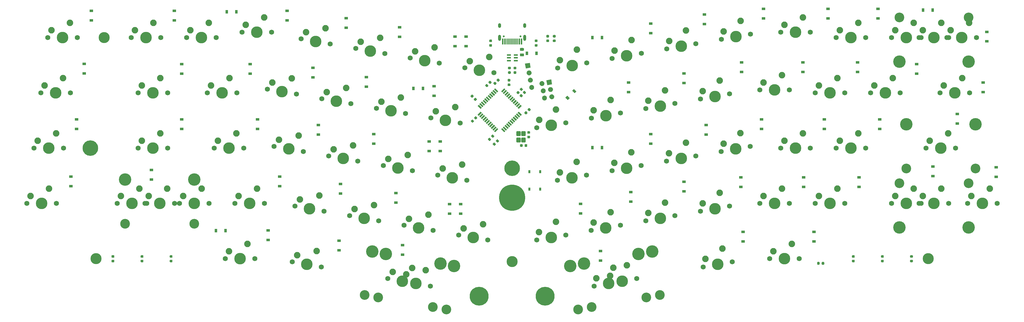
<source format=gbr>
G04 #@! TF.GenerationSoftware,KiCad,Pcbnew,(5.99.0-2612-g32a7d0025-dirty)*
G04 #@! TF.CreationDate,2020-08-10T14:58:58+02:00*
G04 #@! TF.ProjectId,BMEK_Solder,424d454b-5f53-46f6-9c64-65722e6b6963,1*
G04 #@! TF.SameCoordinates,Original*
G04 #@! TF.FileFunction,Soldermask,Bot*
G04 #@! TF.FilePolarity,Negative*
%FSLAX46Y46*%
G04 Gerber Fmt 4.6, Leading zero omitted, Abs format (unit mm)*
G04 Created by KiCad (PCBNEW (5.99.0-2612-g32a7d0025-dirty)) date 2020-08-10 14:58:58*
%MOMM*%
%LPD*%
G01*
G04 APERTURE LIST*
%ADD10C,1.750000*%
%ADD11C,3.987800*%
%ADD12C,2.250000*%
%ADD13C,3.348000*%
%ADD14C,4.287800*%
%ADD15C,6.500000*%
%ADD16C,9.000000*%
%ADD17C,5.350000*%
%ADD18C,3.800000*%
%ADD19R,1.200000X0.900000*%
%ADD20R,0.900000X1.200000*%
%ADD21R,0.750000X1.000000*%
%ADD22R,1.360000X0.600000*%
%ADD23C,0.650000*%
%ADD24R,0.600000X2.050000*%
%ADD25R,0.300000X2.050000*%
%ADD26O,1.000000X1.600000*%
%ADD27O,1.000000X2.100000*%
G04 APERTURE END LIST*
D10*
X163169727Y-55563366D03*
X173175373Y-57327632D03*
D11*
X168172550Y-56445499D03*
D12*
X164861499Y-53282488D03*
X171556094Y-51883742D03*
D10*
X24229552Y-85090000D03*
D11*
X29309552Y-85090000D03*
D10*
X34389552Y-85090000D03*
D12*
X25499552Y-82550000D03*
X31849552Y-80010000D03*
D10*
X225436627Y-73782132D03*
X235442273Y-72017866D03*
D11*
X230439450Y-72899999D03*
D12*
X226246266Y-71060187D03*
X232058729Y-67456109D03*
D10*
X166045873Y-36726633D03*
D11*
X161043050Y-35844500D03*
D10*
X156040227Y-34962367D03*
D12*
X157731999Y-32681489D03*
X164426594Y-31282743D03*
D10*
X199545627Y-59003533D03*
X209551273Y-57239267D03*
D11*
X204548450Y-58121400D03*
D12*
X200355266Y-56281588D03*
X206167729Y-52677510D03*
D10*
X228291873Y-92622566D03*
X218286227Y-94386832D03*
D11*
X223289050Y-93504699D03*
D12*
X219095866Y-91664887D03*
X224908329Y-88060809D03*
D10*
X115449677Y-105180667D03*
X125455323Y-106944933D03*
D11*
X120452500Y-106062800D03*
D12*
X117141449Y-102899789D03*
X123836044Y-101501043D03*
D11*
X140176050Y-90196700D03*
D10*
X145178873Y-91078833D03*
X135173227Y-89314567D03*
D12*
X136864999Y-87033689D03*
X143559594Y-85634943D03*
D11*
X288513050Y-25999800D03*
D10*
X283433050Y-25999800D03*
X293593050Y-25999800D03*
D12*
X284703050Y-23459800D03*
X291053050Y-20919800D03*
D10*
X350743051Y-27940000D03*
X340583051Y-27940000D03*
D11*
X345663051Y-27940000D03*
D12*
X341853051Y-25400000D03*
X348203051Y-22860000D03*
D11*
X326613250Y-85090000D03*
D10*
X331693250Y-85090000D03*
X321533250Y-85090000D03*
D12*
X322803250Y-82550000D03*
X329153250Y-80010000D03*
D10*
X266775923Y-105180666D03*
X256770277Y-106944932D03*
D11*
X261773100Y-106062799D03*
D12*
X257579916Y-104222987D03*
X263392379Y-100618909D03*
D13*
X81806150Y-92075000D03*
D14*
X81806150Y-76835000D03*
D13*
X57993650Y-92075000D03*
D14*
X57993650Y-76835000D03*
D10*
X116412627Y-86006567D03*
D11*
X121415450Y-86888700D03*
D10*
X126418273Y-87770833D03*
D12*
X118104399Y-83725689D03*
X124798994Y-82326943D03*
D10*
X225481327Y-35086433D03*
X235486973Y-33322167D03*
D11*
X230484150Y-34204300D03*
D12*
X226290966Y-32364488D03*
X232103429Y-28760410D03*
D10*
X302483051Y-27940000D03*
X312643051Y-27940000D03*
D11*
X307563051Y-27940000D03*
D12*
X303753051Y-25400000D03*
X310103051Y-22860000D03*
D14*
X324231950Y-93345000D03*
X348044450Y-93345000D03*
D13*
X324231950Y-78105000D03*
X348044450Y-78105000D03*
D11*
X281369450Y-85089999D03*
D10*
X276289450Y-85089999D03*
X286449450Y-85089999D03*
D12*
X277559450Y-82549999D03*
X283909450Y-80009999D03*
D10*
X254247574Y-30014166D03*
X244241928Y-31778432D03*
D11*
X249244751Y-30896299D03*
D12*
X245051567Y-29056487D03*
X250864030Y-25452409D03*
D11*
X211678850Y-76208000D03*
D10*
X206676027Y-77090133D03*
X216681673Y-75325867D03*
D12*
X207485666Y-74368188D03*
X213298129Y-70764110D03*
D10*
X312643150Y-66040000D03*
X302483150Y-66040000D03*
D11*
X307563150Y-66040000D03*
D12*
X303753150Y-63500000D03*
X310103150Y-60960000D03*
D11*
X204528450Y-96812700D03*
D10*
X209531273Y-95930567D03*
X199525627Y-97694833D03*
D12*
X200335266Y-94972888D03*
X206147729Y-91368810D03*
D11*
X281369350Y-45929500D03*
D10*
X286449350Y-45929500D03*
X276289350Y-45929500D03*
D12*
X277559350Y-43389500D03*
X283909350Y-40849500D03*
D10*
X333439401Y-66040000D03*
D11*
X338519401Y-66040000D03*
D10*
X343599401Y-66040000D03*
D12*
X334709401Y-63500000D03*
X341059401Y-60960000D03*
D11*
X300419450Y-85090000D03*
D10*
X295339450Y-85090000D03*
X305499450Y-85090000D03*
D12*
X296609450Y-82550000D03*
X302959450Y-80010000D03*
D11*
X284677450Y-104140000D03*
D10*
X289757450Y-104140000D03*
X279597450Y-104140000D03*
D12*
X280867450Y-101600000D03*
X287217450Y-99060000D03*
D11*
X223309051Y-54813400D03*
D10*
X228311874Y-53931267D03*
X218306228Y-55695533D03*
D12*
X219115867Y-52973588D03*
X224928330Y-49369510D03*
D11*
X91331250Y-46990000D03*
D10*
X96411250Y-46990000D03*
X86251250Y-46990000D03*
D12*
X87521250Y-44450000D03*
X93871250Y-41910000D03*
D10*
X255827428Y-49079532D03*
D11*
X260830251Y-48197399D03*
D10*
X265833074Y-47315266D03*
D12*
X256637067Y-46357587D03*
X262449530Y-42753509D03*
D11*
X268005350Y-27588301D03*
D10*
X273008173Y-26706168D03*
X263002527Y-28470434D03*
D12*
X263812166Y-25748489D03*
X269624629Y-22144411D03*
D10*
X74979900Y-85090000D03*
X64819900Y-85090000D03*
D11*
X69899900Y-85090000D03*
D12*
X66089900Y-82550000D03*
X72439900Y-80010000D03*
D10*
X36770852Y-66040000D03*
X26610852Y-66040000D03*
D11*
X31690852Y-66040000D03*
D12*
X27880852Y-63500000D03*
X34230852Y-60960000D03*
D11*
X34072152Y-46990000D03*
D10*
X28992152Y-46990000D03*
X39152152Y-46990000D03*
D12*
X30262152Y-44450000D03*
X36612152Y-41910000D03*
D10*
X237046827Y-91078832D03*
X247052473Y-89314566D03*
D11*
X242049650Y-90196699D03*
D12*
X237856466Y-88356887D03*
X243668929Y-84752809D03*
D10*
X324549350Y-46990000D03*
D11*
X319469350Y-46990000D03*
D10*
X314389350Y-46990000D03*
D12*
X315659350Y-44450000D03*
X322009350Y-41910000D03*
D10*
X331058200Y-85090000D03*
D11*
X336138200Y-85090000D03*
D10*
X341218200Y-85090000D03*
D12*
X332328200Y-82550000D03*
X338678200Y-80010000D03*
D10*
X88632450Y-66040000D03*
X98792450Y-66040000D03*
D11*
X93712450Y-66040000D03*
D12*
X89902450Y-63500000D03*
X96252450Y-60960000D03*
D14*
X171132584Y-106616711D03*
X147681849Y-102481713D03*
D13*
X145035451Y-117490184D03*
X168486186Y-121625181D03*
D11*
X100856150Y-85090000D03*
D10*
X105936150Y-85090000D03*
X95776150Y-85090000D03*
D12*
X97046150Y-82550000D03*
X103396150Y-80010000D03*
D11*
X97548150Y-104140000D03*
D10*
X102628150Y-104140000D03*
X92468150Y-104140000D03*
D12*
X93738150Y-101600000D03*
X100088150Y-99060000D03*
D10*
X295339350Y-46990000D03*
X305499350Y-46990000D03*
D11*
X300419350Y-46990000D03*
D12*
X296609350Y-44450000D03*
X302959350Y-41910000D03*
D10*
X254202873Y-68709867D03*
X244197227Y-70474133D03*
D11*
X249200050Y-69592000D03*
D12*
X245006866Y-67752188D03*
X250819329Y-64148110D03*
D10*
X331693051Y-27940000D03*
D11*
X326613051Y-27940000D03*
D10*
X321533051Y-27940000D03*
D12*
X322803051Y-25400000D03*
X329153051Y-22860000D03*
D11*
X177697250Y-96812700D03*
D10*
X182700073Y-97694833D03*
X172694427Y-95930567D03*
D12*
X174386199Y-93649689D03*
X181080794Y-92250943D03*
D11*
X336138051Y-27940000D03*
D10*
X341218051Y-27940000D03*
X331058051Y-27940000D03*
D12*
X332328051Y-25400000D03*
X338678051Y-22860000D03*
D11*
X65137551Y-27940000D03*
D10*
X70217551Y-27940000D03*
X60057551Y-27940000D03*
D12*
X61327551Y-25400000D03*
X67677551Y-22860000D03*
D11*
X157973751Y-112678800D03*
D10*
X162976574Y-113560933D03*
X152970928Y-111796667D03*
D12*
X154662700Y-109515789D03*
X161357295Y-108117043D03*
D10*
X347726950Y-85090000D03*
X357886950Y-85090000D03*
D11*
X352806950Y-85090000D03*
D12*
X348996950Y-82550000D03*
X355346950Y-80010000D03*
D11*
X130651350Y-49829500D03*
D10*
X125648527Y-48947367D03*
X135654173Y-50711633D03*
D12*
X127340299Y-46666489D03*
X134034894Y-45267743D03*
D10*
X128004727Y-68706667D03*
D11*
X133007550Y-69588800D03*
D10*
X138010373Y-70470933D03*
D12*
X129696499Y-66425789D03*
X136391094Y-65027043D03*
D13*
X324231801Y-20955000D03*
D14*
X324231801Y-36195000D03*
D13*
X348044301Y-20955000D03*
D14*
X348044301Y-36195000D03*
D11*
X149411950Y-53137500D03*
D10*
X154414773Y-54019633D03*
X144409127Y-52255367D03*
D12*
X146100899Y-49974489D03*
X152795494Y-48575743D03*
D13*
X140345304Y-116663184D03*
X163796039Y-120798181D03*
D14*
X166442437Y-105789711D03*
X142991702Y-101654713D03*
D10*
X219249178Y-113560933D03*
X229254824Y-111796667D03*
D11*
X224252001Y-112678800D03*
D12*
X220058817Y-110838988D03*
X225871280Y-107234910D03*
D11*
X158936650Y-93504700D03*
D10*
X153933827Y-92622567D03*
X163939473Y-94386833D03*
D12*
X155625599Y-90341689D03*
X162320194Y-88942943D03*
D11*
X267960650Y-66283999D03*
D10*
X272963473Y-65401866D03*
X262957827Y-67166132D03*
D12*
X263767466Y-64444187D03*
X269579929Y-60840109D03*
D14*
X215783314Y-105789711D03*
D13*
X241880447Y-116663184D03*
D14*
X239234049Y-101654713D03*
D13*
X218429712Y-120798181D03*
D10*
X118519028Y-28346367D03*
X128524674Y-30110633D03*
D11*
X123521851Y-29228500D03*
D12*
X120210800Y-26065489D03*
X126905395Y-24666743D03*
D11*
X153283604Y-111851800D03*
D10*
X158286427Y-112733933D03*
X148280781Y-110969667D03*
D12*
X149972553Y-108688789D03*
X156667148Y-107290043D03*
D10*
X62438750Y-66040000D03*
X72598750Y-66040000D03*
D11*
X67518750Y-66040000D03*
D12*
X63708750Y-63500000D03*
X70058750Y-60960000D03*
D11*
X103237551Y-25999801D03*
D10*
X98157551Y-25999801D03*
X108317551Y-25999801D03*
D12*
X99427551Y-23459801D03*
X105777551Y-20919801D03*
D10*
X119249773Y-67162933D03*
X109244127Y-65398667D03*
D11*
X114246950Y-66280800D03*
D12*
X110935899Y-63117789D03*
X117630494Y-61719043D03*
D13*
X213739566Y-121625181D03*
D14*
X234543903Y-102481713D03*
D13*
X237190301Y-117490184D03*
D14*
X211093168Y-106616711D03*
D10*
X165525927Y-75322667D03*
X175531573Y-77086933D03*
D11*
X170528750Y-76204800D03*
D12*
X167217699Y-73041789D03*
X173912294Y-71643043D03*
D10*
X223939324Y-112733933D03*
X233944970Y-110969667D03*
D11*
X228942147Y-111851800D03*
D12*
X224748963Y-110011988D03*
X230561426Y-106407910D03*
D11*
X67518750Y-46990000D03*
D10*
X72598750Y-46990000D03*
X62438750Y-46990000D03*
D12*
X63708750Y-44450000D03*
X70058750Y-41910000D03*
D10*
X31373451Y-27940000D03*
X41533451Y-27940000D03*
D11*
X36453451Y-27940000D03*
D12*
X32643451Y-25400000D03*
X38993451Y-22860000D03*
D11*
X60375000Y-85090000D03*
D10*
X65455000Y-85090000D03*
X55295000Y-85090000D03*
D12*
X56565000Y-82550000D03*
X62915000Y-80010000D03*
D11*
X211723551Y-37512300D03*
D10*
X216726374Y-36630167D03*
X206720728Y-38394433D03*
D12*
X207530367Y-35672488D03*
X213342830Y-32068410D03*
D10*
X137279628Y-31654367D03*
X147285274Y-33418633D03*
D11*
X142282451Y-32536500D03*
D12*
X138971400Y-29373489D03*
X145665995Y-27974743D03*
D10*
X106887952Y-45639367D03*
X116893598Y-47403633D03*
D11*
X111890775Y-46521500D03*
D12*
X108579724Y-43358489D03*
X115274319Y-41959743D03*
D10*
X156770973Y-73778933D03*
X146765327Y-72014667D03*
D11*
X151768150Y-72896800D03*
D12*
X148457099Y-69733789D03*
X155151694Y-68335043D03*
D10*
X184806473Y-40034633D03*
D11*
X179803650Y-39152500D03*
D10*
X174800827Y-38270367D03*
D12*
X176492599Y-35989489D03*
X183187194Y-34590743D03*
D15*
X202460000Y-117050000D03*
D16*
X191060000Y-83090000D03*
D17*
X191060000Y-72960000D03*
X46080000Y-66040000D03*
D15*
X179760000Y-117050000D03*
D18*
X50800000Y-27940000D03*
X48020000Y-104140000D03*
X334200000Y-104140000D03*
X191060000Y-105090000D03*
D11*
X288513150Y-66039999D03*
D10*
X283433150Y-66039999D03*
X293593150Y-66039999D03*
D12*
X284703150Y-63499999D03*
X291053150Y-60959999D03*
D14*
X350425651Y-57785000D03*
D13*
X326613151Y-73025000D03*
D14*
X326613151Y-57785000D03*
D13*
X350425651Y-73025000D03*
D10*
X79107551Y-27940000D03*
X89267551Y-27940000D03*
D11*
X84187551Y-27940000D03*
D12*
X80377551Y-25400000D03*
X86727551Y-22860000D03*
D10*
X255807427Y-87770832D03*
X265813073Y-86006566D03*
D11*
X260810250Y-86888699D03*
D12*
X256617066Y-85048887D03*
X262429529Y-81444809D03*
D11*
X242069651Y-51505399D03*
D10*
X237066828Y-52387532D03*
X247072474Y-50623266D03*
D12*
X237876467Y-49665587D03*
X243688930Y-46061509D03*
D10*
X348361850Y-46990000D03*
D11*
X343281850Y-46990000D03*
D10*
X338201850Y-46990000D03*
D12*
X339471850Y-44450000D03*
X345821850Y-41910000D03*
D11*
X81806250Y-85090000D03*
D10*
X86886250Y-85090000D03*
X76726250Y-85090000D03*
D12*
X77996250Y-82550000D03*
X84346250Y-80010000D03*
D19*
X291084000Y-36450000D03*
X291084000Y-39750000D03*
X269748000Y-76074000D03*
X269748000Y-79374000D03*
G36*
G01*
X178675510Y-55086597D02*
X179037903Y-55448990D01*
G75*
G02*
X179037903Y-55758350I-154680J-154680D01*
G01*
X178728544Y-56067709D01*
G75*
G02*
X178419184Y-56067709I-154680J154680D01*
G01*
X178056791Y-55705316D01*
G75*
G02*
X178056791Y-55395956I154680J154680D01*
G01*
X178366150Y-55086597D01*
G75*
G02*
X178675510Y-55086597I154680J-154680D01*
G01*
G37*
G36*
G01*
X177561816Y-56200291D02*
X177924209Y-56562684D01*
G75*
G02*
X177924209Y-56872044I-154680J-154680D01*
G01*
X177614850Y-57181403D01*
G75*
G02*
X177305490Y-57181403I-154680J154680D01*
G01*
X176943097Y-56819010D01*
G75*
G02*
X176943097Y-56509650I154680J154680D01*
G01*
X177252456Y-56200291D01*
G75*
G02*
X177561816Y-56200291I154680J-154680D01*
G01*
G37*
G36*
G01*
X190400650Y-40391800D02*
X189888150Y-40391800D01*
G75*
G02*
X189669400Y-40173050I0J218750D01*
G01*
X189669400Y-39735550D01*
G75*
G02*
X189888150Y-39516800I218750J0D01*
G01*
X190400650Y-39516800D01*
G75*
G02*
X190619400Y-39735550I0J-218750D01*
G01*
X190619400Y-40173050D01*
G75*
G02*
X190400650Y-40391800I-218750J0D01*
G01*
G37*
G36*
G01*
X190400650Y-38816800D02*
X189888150Y-38816800D01*
G75*
G02*
X189669400Y-38598050I0J218750D01*
G01*
X189669400Y-38160550D01*
G75*
G02*
X189888150Y-37941800I218750J0D01*
G01*
X190400650Y-37941800D01*
G75*
G02*
X190619400Y-38160550I0J-218750D01*
G01*
X190619400Y-38598050D01*
G75*
G02*
X190400650Y-38816800I-218750J0D01*
G01*
G37*
G36*
G01*
X194360010Y-45244097D02*
X194722403Y-45606490D01*
G75*
G02*
X194722403Y-45915850I-154680J-154680D01*
G01*
X194413044Y-46225209D01*
G75*
G02*
X194103684Y-46225209I-154680J154680D01*
G01*
X193741291Y-45862816D01*
G75*
G02*
X193741291Y-45553456I154680J154680D01*
G01*
X194050650Y-45244097D01*
G75*
G02*
X194360010Y-45244097I154680J-154680D01*
G01*
G37*
G36*
G01*
X193246316Y-46357791D02*
X193608709Y-46720184D01*
G75*
G02*
X193608709Y-47029544I-154680J-154680D01*
G01*
X193299350Y-47338903D01*
G75*
G02*
X192989990Y-47338903I-154680J154680D01*
G01*
X192627597Y-46976510D01*
G75*
G02*
X192627597Y-46667150I154680J154680D01*
G01*
X192936956Y-46357791D01*
G75*
G02*
X193246316Y-46357791I154680J-154680D01*
G01*
G37*
G36*
X212337860Y-45588812D02*
G01*
X213186388Y-46437340D01*
X212549992Y-47073736D01*
X211701464Y-46225208D01*
X212337860Y-45588812D01*
G37*
G36*
X210004408Y-47922264D02*
G01*
X210852936Y-48770792D01*
X210216540Y-49407188D01*
X209368012Y-48558660D01*
X210004408Y-47922264D01*
G37*
X113665000Y-18670000D03*
X113665000Y-21970000D03*
G36*
G01*
X178910903Y-49326010D02*
X178548510Y-49688403D01*
G75*
G02*
X178239150Y-49688403I-154680J154680D01*
G01*
X177929791Y-49379044D01*
G75*
G02*
X177929791Y-49069684I154680J154680D01*
G01*
X178292184Y-48707291D01*
G75*
G02*
X178601544Y-48707291I154680J-154680D01*
G01*
X178910903Y-49016650D01*
G75*
G02*
X178910903Y-49326010I-154680J-154680D01*
G01*
G37*
G36*
G01*
X177797209Y-48212316D02*
X177434816Y-48574709D01*
G75*
G02*
X177125456Y-48574709I-154680J154680D01*
G01*
X176816097Y-48265350D01*
G75*
G02*
X176816097Y-47955990I154680J154680D01*
G01*
X177178490Y-47593597D01*
G75*
G02*
X177487850Y-47593597I154680J-154680D01*
G01*
X177797209Y-47902956D01*
G75*
G02*
X177797209Y-48212316I-154680J-154680D01*
G01*
G37*
D20*
X92965000Y-19050000D03*
X96265000Y-19050000D03*
D19*
X299720000Y-18035000D03*
X299720000Y-21335000D03*
D20*
X196173594Y-33300611D03*
X199473594Y-33300611D03*
D19*
X77470000Y-37085000D03*
X77470000Y-40385000D03*
D20*
X92532200Y-94437200D03*
X89232200Y-94437200D03*
D19*
X153416000Y-99442000D03*
X153416000Y-102742000D03*
X132080000Y-78360000D03*
X132080000Y-81660000D03*
G36*
G01*
X197030050Y-62616800D02*
X196517550Y-62616800D01*
G75*
G02*
X196298800Y-62398050I0J218750D01*
G01*
X196298800Y-61960550D01*
G75*
G02*
X196517550Y-61741800I218750J0D01*
G01*
X197030050Y-61741800D01*
G75*
G02*
X197248800Y-61960550I0J-218750D01*
G01*
X197248800Y-62398050D01*
G75*
G02*
X197030050Y-62616800I-218750J0D01*
G01*
G37*
G36*
G01*
X197030050Y-61041800D02*
X196517550Y-61041800D01*
G75*
G02*
X196298800Y-60823050I0J218750D01*
G01*
X196298800Y-60385550D01*
G75*
G02*
X196517550Y-60166800I218750J0D01*
G01*
X197030050Y-60166800D01*
G75*
G02*
X197248800Y-60385550I0J-218750D01*
G01*
X197248800Y-60823050D01*
G75*
G02*
X197030050Y-61041800I-218750J0D01*
G01*
G37*
D20*
X160400000Y-45466000D03*
X157100000Y-45466000D03*
D21*
X200731600Y-80139800D03*
X200731600Y-74139800D03*
X196981600Y-74139800D03*
X196981600Y-80139800D03*
G36*
G01*
X205818450Y-29444400D02*
X205305950Y-29444400D01*
G75*
G02*
X205087200Y-29225650I0J218750D01*
G01*
X205087200Y-28788150D01*
G75*
G02*
X205305950Y-28569400I218750J0D01*
G01*
X205818450Y-28569400D01*
G75*
G02*
X206037200Y-28788150I0J-218750D01*
G01*
X206037200Y-29225650D01*
G75*
G02*
X205818450Y-29444400I-218750J0D01*
G01*
G37*
G36*
G01*
X205818450Y-27869400D02*
X205305950Y-27869400D01*
G75*
G02*
X205087200Y-27650650I0J218750D01*
G01*
X205087200Y-27213150D01*
G75*
G02*
X205305950Y-26994400I218750J0D01*
G01*
X205818450Y-26994400D01*
G75*
G02*
X206037200Y-27213150I0J-218750D01*
G01*
X206037200Y-27650650D01*
G75*
G02*
X205818450Y-27869400I-218750J0D01*
G01*
G37*
G36*
G01*
X54056250Y-105365000D02*
X53543750Y-105365000D01*
G75*
G02*
X53325000Y-105146250I0J218750D01*
G01*
X53325000Y-104708750D01*
G75*
G02*
X53543750Y-104490000I218750J0D01*
G01*
X54056250Y-104490000D01*
G75*
G02*
X54275000Y-104708750I0J-218750D01*
G01*
X54275000Y-105146250D01*
G75*
G02*
X54056250Y-105365000I-218750J0D01*
G01*
G37*
G36*
G01*
X54056250Y-103790000D02*
X53543750Y-103790000D01*
G75*
G02*
X53325000Y-103571250I0J218750D01*
G01*
X53325000Y-103133750D01*
G75*
G02*
X53543750Y-102915000I218750J0D01*
G01*
X54056250Y-102915000D01*
G75*
G02*
X54275000Y-103133750I0J-218750D01*
G01*
X54275000Y-103571250D01*
G75*
G02*
X54056250Y-103790000I-218750J0D01*
G01*
G37*
G36*
X188337958Y-45356280D02*
G01*
X188726866Y-45745188D01*
X187666206Y-46805848D01*
X187277298Y-46416940D01*
X188337958Y-45356280D01*
G37*
G36*
X188903643Y-45921966D02*
G01*
X189292551Y-46310874D01*
X188231891Y-47371534D01*
X187842983Y-46982626D01*
X188903643Y-45921966D01*
G37*
G36*
X189469328Y-46487651D02*
G01*
X189858236Y-46876559D01*
X188797576Y-47937219D01*
X188408668Y-47548311D01*
X189469328Y-46487651D01*
G37*
G36*
X190035014Y-47053336D02*
G01*
X190423922Y-47442244D01*
X189363262Y-48502904D01*
X188974354Y-48113996D01*
X190035014Y-47053336D01*
G37*
G36*
X190600699Y-47619022D02*
G01*
X190989607Y-48007930D01*
X189928947Y-49068590D01*
X189540039Y-48679682D01*
X190600699Y-47619022D01*
G37*
G36*
X191166385Y-48184707D02*
G01*
X191555293Y-48573615D01*
X190494633Y-49634275D01*
X190105725Y-49245367D01*
X191166385Y-48184707D01*
G37*
G36*
X191732070Y-48750393D02*
G01*
X192120978Y-49139301D01*
X191060318Y-50199961D01*
X190671410Y-49811053D01*
X191732070Y-48750393D01*
G37*
G36*
X192297756Y-49316078D02*
G01*
X192686664Y-49704986D01*
X191626004Y-50765646D01*
X191237096Y-50376738D01*
X192297756Y-49316078D01*
G37*
G36*
X192863441Y-49881764D02*
G01*
X193252349Y-50270672D01*
X192191689Y-51331332D01*
X191802781Y-50942424D01*
X192863441Y-49881764D01*
G37*
G36*
X193429126Y-50447449D02*
G01*
X193818034Y-50836357D01*
X192757374Y-51897017D01*
X192368466Y-51508109D01*
X193429126Y-50447449D01*
G37*
G36*
X193994812Y-51013134D02*
G01*
X194383720Y-51402042D01*
X193323060Y-52462702D01*
X192934152Y-52073794D01*
X193994812Y-51013134D01*
G37*
G36*
X194383720Y-54477958D02*
G01*
X193994812Y-54866866D01*
X192934152Y-53806206D01*
X193323060Y-53417298D01*
X194383720Y-54477958D01*
G37*
G36*
X193818034Y-55043643D02*
G01*
X193429126Y-55432551D01*
X192368466Y-54371891D01*
X192757374Y-53982983D01*
X193818034Y-55043643D01*
G37*
G36*
X193252349Y-55609328D02*
G01*
X192863441Y-55998236D01*
X191802781Y-54937576D01*
X192191689Y-54548668D01*
X193252349Y-55609328D01*
G37*
G36*
X192686664Y-56175014D02*
G01*
X192297756Y-56563922D01*
X191237096Y-55503262D01*
X191626004Y-55114354D01*
X192686664Y-56175014D01*
G37*
G36*
X192120978Y-56740699D02*
G01*
X191732070Y-57129607D01*
X190671410Y-56068947D01*
X191060318Y-55680039D01*
X192120978Y-56740699D01*
G37*
G36*
X191555293Y-57306385D02*
G01*
X191166385Y-57695293D01*
X190105725Y-56634633D01*
X190494633Y-56245725D01*
X191555293Y-57306385D01*
G37*
G36*
X190989607Y-57872070D02*
G01*
X190600699Y-58260978D01*
X189540039Y-57200318D01*
X189928947Y-56811410D01*
X190989607Y-57872070D01*
G37*
G36*
X190423922Y-58437756D02*
G01*
X190035014Y-58826664D01*
X188974354Y-57766004D01*
X189363262Y-57377096D01*
X190423922Y-58437756D01*
G37*
G36*
X189858236Y-59003441D02*
G01*
X189469328Y-59392349D01*
X188408668Y-58331689D01*
X188797576Y-57942781D01*
X189858236Y-59003441D01*
G37*
G36*
X189292551Y-59569126D02*
G01*
X188903643Y-59958034D01*
X187842983Y-58897374D01*
X188231891Y-58508466D01*
X189292551Y-59569126D01*
G37*
G36*
X188726866Y-60134812D02*
G01*
X188337958Y-60523720D01*
X187277298Y-59463060D01*
X187666206Y-59074152D01*
X188726866Y-60134812D01*
G37*
G36*
X185933794Y-59074152D02*
G01*
X186322702Y-59463060D01*
X185262042Y-60523720D01*
X184873134Y-60134812D01*
X185933794Y-59074152D01*
G37*
G36*
X185368109Y-58508466D02*
G01*
X185757017Y-58897374D01*
X184696357Y-59958034D01*
X184307449Y-59569126D01*
X185368109Y-58508466D01*
G37*
G36*
X184802424Y-57942781D02*
G01*
X185191332Y-58331689D01*
X184130672Y-59392349D01*
X183741764Y-59003441D01*
X184802424Y-57942781D01*
G37*
G36*
X184236738Y-57377096D02*
G01*
X184625646Y-57766004D01*
X183564986Y-58826664D01*
X183176078Y-58437756D01*
X184236738Y-57377096D01*
G37*
G36*
X183671053Y-56811410D02*
G01*
X184059961Y-57200318D01*
X182999301Y-58260978D01*
X182610393Y-57872070D01*
X183671053Y-56811410D01*
G37*
G36*
X183105367Y-56245725D02*
G01*
X183494275Y-56634633D01*
X182433615Y-57695293D01*
X182044707Y-57306385D01*
X183105367Y-56245725D01*
G37*
G36*
X182539682Y-55680039D02*
G01*
X182928590Y-56068947D01*
X181867930Y-57129607D01*
X181479022Y-56740699D01*
X182539682Y-55680039D01*
G37*
G36*
X181973996Y-55114354D02*
G01*
X182362904Y-55503262D01*
X181302244Y-56563922D01*
X180913336Y-56175014D01*
X181973996Y-55114354D01*
G37*
G36*
X181408311Y-54548668D02*
G01*
X181797219Y-54937576D01*
X180736559Y-55998236D01*
X180347651Y-55609328D01*
X181408311Y-54548668D01*
G37*
G36*
X180842626Y-53982983D02*
G01*
X181231534Y-54371891D01*
X180170874Y-55432551D01*
X179781966Y-55043643D01*
X180842626Y-53982983D01*
G37*
G36*
X180276940Y-53417298D02*
G01*
X180665848Y-53806206D01*
X179605188Y-54866866D01*
X179216280Y-54477958D01*
X180276940Y-53417298D01*
G37*
G36*
X180665848Y-52073794D02*
G01*
X180276940Y-52462702D01*
X179216280Y-51402042D01*
X179605188Y-51013134D01*
X180665848Y-52073794D01*
G37*
G36*
X181231534Y-51508109D02*
G01*
X180842626Y-51897017D01*
X179781966Y-50836357D01*
X180170874Y-50447449D01*
X181231534Y-51508109D01*
G37*
G36*
X181797219Y-50942424D02*
G01*
X181408311Y-51331332D01*
X180347651Y-50270672D01*
X180736559Y-49881764D01*
X181797219Y-50942424D01*
G37*
G36*
X182362904Y-50376738D02*
G01*
X181973996Y-50765646D01*
X180913336Y-49704986D01*
X181302244Y-49316078D01*
X182362904Y-50376738D01*
G37*
G36*
X182928590Y-49811053D02*
G01*
X182539682Y-50199961D01*
X181479022Y-49139301D01*
X181867930Y-48750393D01*
X182928590Y-49811053D01*
G37*
G36*
X183494275Y-49245367D02*
G01*
X183105367Y-49634275D01*
X182044707Y-48573615D01*
X182433615Y-48184707D01*
X183494275Y-49245367D01*
G37*
G36*
X184059961Y-48679682D02*
G01*
X183671053Y-49068590D01*
X182610393Y-48007930D01*
X182999301Y-47619022D01*
X184059961Y-48679682D01*
G37*
G36*
X184625646Y-48113996D02*
G01*
X184236738Y-48502904D01*
X183176078Y-47442244D01*
X183564986Y-47053336D01*
X184625646Y-48113996D01*
G37*
G36*
X185191332Y-47548311D02*
G01*
X184802424Y-47937219D01*
X183741764Y-46876559D01*
X184130672Y-46487651D01*
X185191332Y-47548311D01*
G37*
G36*
X185757017Y-46982626D02*
G01*
X185368109Y-47371534D01*
X184307449Y-46310874D01*
X184696357Y-45921966D01*
X185757017Y-46982626D01*
G37*
G36*
X186322702Y-46416940D02*
G01*
X185933794Y-46805848D01*
X184873134Y-45745188D01*
X185262042Y-45356280D01*
X186322702Y-46416940D01*
G37*
D19*
X231140000Y-43435000D03*
X231140000Y-46735000D03*
X357505000Y-72645000D03*
X357505000Y-75945000D03*
X107188000Y-94362000D03*
X107188000Y-97662000D03*
G36*
G01*
X193819300Y-64053000D02*
X192694300Y-64053000D01*
G75*
G02*
X192506800Y-63865500I0J187500D01*
G01*
X192506800Y-62540500D01*
G75*
G02*
X192694300Y-62353000I187500J0D01*
G01*
X193819300Y-62353000D01*
G75*
G02*
X194006800Y-62540500I0J-187500D01*
G01*
X194006800Y-63865500D01*
G75*
G02*
X193819300Y-64053000I-187500J0D01*
G01*
G37*
G36*
G01*
X193819300Y-61853000D02*
X192694300Y-61853000D01*
G75*
G02*
X192506800Y-61665500I0J187500D01*
G01*
X192506800Y-60340500D01*
G75*
G02*
X192694300Y-60153000I187500J0D01*
G01*
X193819300Y-60153000D01*
G75*
G02*
X194006800Y-60340500I0J-187500D01*
G01*
X194006800Y-61665500D01*
G75*
G02*
X193819300Y-61853000I-187500J0D01*
G01*
G37*
G36*
G01*
X195519300Y-61853000D02*
X194394300Y-61853000D01*
G75*
G02*
X194206800Y-61665500I0J187500D01*
G01*
X194206800Y-60340500D01*
G75*
G02*
X194394300Y-60153000I187500J0D01*
G01*
X195519300Y-60153000D01*
G75*
G02*
X195706800Y-60340500I0J-187500D01*
G01*
X195706800Y-61665500D01*
G75*
G02*
X195519300Y-61853000I-187500J0D01*
G01*
G37*
G36*
G01*
X195519300Y-64053000D02*
X194394300Y-64053000D01*
G75*
G02*
X194206800Y-63865500I0J187500D01*
G01*
X194206800Y-62540500D01*
G75*
G02*
X194394300Y-62353000I187500J0D01*
G01*
X195519300Y-62353000D01*
G75*
G02*
X195706800Y-62540500I0J-187500D01*
G01*
X195706800Y-63865500D01*
G75*
G02*
X195519300Y-64053000I-187500J0D01*
G01*
G37*
X344170000Y-54230000D03*
X344170000Y-57530000D03*
X39370000Y-75820000D03*
X39370000Y-79120000D03*
X238760000Y-23115000D03*
X238760000Y-26415000D03*
X354330000Y-29210000D03*
X354330000Y-25910000D03*
G36*
G01*
X308143750Y-102915000D02*
X308656250Y-102915000D01*
G75*
G02*
X308875000Y-103133750I0J-218750D01*
G01*
X308875000Y-103571250D01*
G75*
G02*
X308656250Y-103790000I-218750J0D01*
G01*
X308143750Y-103790000D01*
G75*
G02*
X307925000Y-103571250I0J218750D01*
G01*
X307925000Y-103133750D01*
G75*
G02*
X308143750Y-102915000I218750J0D01*
G01*
G37*
G36*
G01*
X308143750Y-104490000D02*
X308656250Y-104490000D01*
G75*
G02*
X308875000Y-104708750I0J-218750D01*
G01*
X308875000Y-105146250D01*
G75*
G02*
X308656250Y-105365000I-218750J0D01*
G01*
X308143750Y-105365000D01*
G75*
G02*
X307925000Y-105146250I0J218750D01*
G01*
X307925000Y-104708750D01*
G75*
G02*
X308143750Y-104490000I218750J0D01*
G01*
G37*
X103505000Y-56135000D03*
X103505000Y-59435000D03*
X46355000Y-18670000D03*
X46355000Y-21970000D03*
G36*
G01*
X183947325Y-31033217D02*
X183434825Y-31033217D01*
G75*
G02*
X183216075Y-30814467I0J218750D01*
G01*
X183216075Y-30376967D01*
G75*
G02*
X183434825Y-30158217I218750J0D01*
G01*
X183947325Y-30158217D01*
G75*
G02*
X184166075Y-30376967I0J-218750D01*
G01*
X184166075Y-30814467D01*
G75*
G02*
X183947325Y-31033217I-218750J0D01*
G01*
G37*
G36*
G01*
X183947325Y-29458217D02*
X183434825Y-29458217D01*
G75*
G02*
X183216075Y-29239467I0J218750D01*
G01*
X183216075Y-28801967D01*
G75*
G02*
X183434825Y-28583217I218750J0D01*
G01*
X183947325Y-28583217D01*
G75*
G02*
X184166075Y-28801967I0J-218750D01*
G01*
X184166075Y-29239467D01*
G75*
G02*
X183947325Y-29458217I-218750J0D01*
G01*
G37*
X173355000Y-85345000D03*
X173355000Y-88645000D03*
X231902000Y-81154000D03*
X231902000Y-84454000D03*
X298450000Y-56135000D03*
X298450000Y-59435000D03*
X238760000Y-61215000D03*
X238760000Y-64515000D03*
X140970000Y-41530000D03*
X140970000Y-44830000D03*
G36*
G01*
X192305650Y-40391700D02*
X191793150Y-40391700D01*
G75*
G02*
X191574400Y-40172950I0J218750D01*
G01*
X191574400Y-39735450D01*
G75*
G02*
X191793150Y-39516700I218750J0D01*
G01*
X192305650Y-39516700D01*
G75*
G02*
X192524400Y-39735450I0J-218750D01*
G01*
X192524400Y-40172950D01*
G75*
G02*
X192305650Y-40391700I-218750J0D01*
G01*
G37*
G36*
G01*
X192305650Y-38816700D02*
X191793150Y-38816700D01*
G75*
G02*
X191574400Y-38597950I0J218750D01*
G01*
X191574400Y-38160450D01*
G75*
G02*
X191793150Y-37941700I218750J0D01*
G01*
X192305650Y-37941700D01*
G75*
G02*
X192524400Y-38160450I0J-218750D01*
G01*
X192524400Y-38597950D01*
G75*
G02*
X192305650Y-38816700I-218750J0D01*
G01*
G37*
X41275000Y-56135000D03*
X41275000Y-59435000D03*
X169545000Y-85345000D03*
X169545000Y-88645000D03*
G36*
G01*
X328143750Y-102915000D02*
X328656250Y-102915000D01*
G75*
G02*
X328875000Y-103133750I0J-218750D01*
G01*
X328875000Y-103571250D01*
G75*
G02*
X328656250Y-103790000I-218750J0D01*
G01*
X328143750Y-103790000D01*
G75*
G02*
X327925000Y-103571250I0J218750D01*
G01*
X327925000Y-103133750D01*
G75*
G02*
X328143750Y-102915000I218750J0D01*
G01*
G37*
G36*
G01*
X328143750Y-104490000D02*
X328656250Y-104490000D01*
G75*
G02*
X328875000Y-104708750I0J-218750D01*
G01*
X328875000Y-105146250D01*
G75*
G02*
X328656250Y-105365000I-218750J0D01*
G01*
X328143750Y-105365000D01*
G75*
G02*
X327925000Y-105146250I0J218750D01*
G01*
X327925000Y-104708750D01*
G75*
G02*
X328143750Y-104490000I218750J0D01*
G01*
G37*
G36*
X197161920Y-36582400D02*
G01*
X197457122Y-38256574D01*
X195782948Y-38551776D01*
X195487746Y-36877602D01*
X197161920Y-36582400D01*
G37*
G36*
G01*
X197750587Y-39920899D02*
X197750587Y-39920899D01*
G75*
G02*
X197061101Y-40905587I-837087J-147601D01*
G01*
X197061101Y-40905587D01*
G75*
G02*
X196076413Y-40216101I-147601J837087D01*
G01*
X196076413Y-40216101D01*
G75*
G02*
X196765899Y-39231413I837087J147601D01*
G01*
X196765899Y-39231413D01*
G75*
G02*
X197750587Y-39920899I147601J-837087D01*
G01*
G37*
G36*
G01*
X198191654Y-42422310D02*
X198191654Y-42422310D01*
G75*
G02*
X197502168Y-43406998I-837087J-147601D01*
G01*
X197502168Y-43406998D01*
G75*
G02*
X196517480Y-42717512I-147601J837087D01*
G01*
X196517480Y-42717512D01*
G75*
G02*
X197206966Y-41732824I837087J147601D01*
G01*
X197206966Y-41732824D01*
G75*
G02*
X198191654Y-42422310I147601J-837087D01*
G01*
G37*
G36*
G01*
X198632720Y-44923722D02*
X198632720Y-44923722D01*
G75*
G02*
X197943234Y-45908410I-837087J-147601D01*
G01*
X197943234Y-45908410D01*
G75*
G02*
X196958546Y-45218924I-147601J837087D01*
G01*
X196958546Y-45218924D01*
G75*
G02*
X197648032Y-44234236I837087J147601D01*
G01*
X197648032Y-44234236D01*
G75*
G02*
X198632720Y-44923722I147601J-837087D01*
G01*
G37*
X151130000Y-81535000D03*
X151130000Y-84835000D03*
X250190000Y-77598000D03*
X250190000Y-80898000D03*
G36*
G01*
X183590410Y-42818397D02*
X183952803Y-43180790D01*
G75*
G02*
X183952803Y-43490150I-154680J-154680D01*
G01*
X183643444Y-43799509D01*
G75*
G02*
X183334084Y-43799509I-154680J154680D01*
G01*
X182971691Y-43437116D01*
G75*
G02*
X182971691Y-43127756I154680J154680D01*
G01*
X183281050Y-42818397D01*
G75*
G02*
X183590410Y-42818397I154680J-154680D01*
G01*
G37*
G36*
G01*
X182476716Y-43932091D02*
X182839109Y-44294484D01*
G75*
G02*
X182839109Y-44603844I-154680J-154680D01*
G01*
X182529750Y-44913203D01*
G75*
G02*
X182220390Y-44913203I-154680J154680D01*
G01*
X181857997Y-44550810D01*
G75*
G02*
X181857997Y-44241450I154680J154680D01*
G01*
X182167356Y-43932091D01*
G75*
G02*
X182476716Y-43932091I154680J-154680D01*
G01*
G37*
D22*
X190010800Y-35824200D03*
X190010800Y-34874200D03*
X190010800Y-33924200D03*
X192360800Y-33924200D03*
X192360800Y-34874200D03*
X192360800Y-35824200D03*
G36*
G01*
X195682390Y-54311203D02*
X195319997Y-53948810D01*
G75*
G02*
X195319997Y-53639450I154680J154680D01*
G01*
X195629356Y-53330091D01*
G75*
G02*
X195938716Y-53330091I154680J-154680D01*
G01*
X196301109Y-53692484D01*
G75*
G02*
X196301109Y-54001844I-154680J-154680D01*
G01*
X195991750Y-54311203D01*
G75*
G02*
X195682390Y-54311203I-154680J154680D01*
G01*
G37*
G36*
G01*
X196796084Y-53197509D02*
X196433691Y-52835116D01*
G75*
G02*
X196433691Y-52525756I154680J154680D01*
G01*
X196743050Y-52216397D01*
G75*
G02*
X197052410Y-52216397I154680J-154680D01*
G01*
X197414803Y-52578790D01*
G75*
G02*
X197414803Y-52888150I-154680J-154680D01*
G01*
X197105444Y-53197509D01*
G75*
G02*
X196796084Y-53197509I-154680J154680D01*
G01*
G37*
D19*
X270002000Y-36450000D03*
X270002000Y-39750000D03*
X317500000Y-56135000D03*
X317500000Y-59435000D03*
X100965000Y-37085000D03*
X100965000Y-40385000D03*
X214630000Y-85218000D03*
X214630000Y-88518000D03*
X164274500Y-44705000D03*
X164274500Y-48005000D03*
X124460000Y-58040000D03*
X124460000Y-61340000D03*
X270510000Y-94870000D03*
X270510000Y-98170000D03*
D20*
X332360000Y-18415000D03*
X335660000Y-18415000D03*
X221995000Y-27940000D03*
X218695000Y-27940000D03*
D19*
X353060000Y-46735000D03*
X353060000Y-43435000D03*
X276860000Y-56135000D03*
X276860000Y-59435000D03*
G36*
G01*
X199595450Y-31019200D02*
X199082950Y-31019200D01*
G75*
G02*
X198864200Y-30800450I0J218750D01*
G01*
X198864200Y-30362950D01*
G75*
G02*
X199082950Y-30144200I218750J0D01*
G01*
X199595450Y-30144200D01*
G75*
G02*
X199814200Y-30362950I0J-218750D01*
G01*
X199814200Y-30800450D01*
G75*
G02*
X199595450Y-31019200I-218750J0D01*
G01*
G37*
G36*
G01*
X199595450Y-29444200D02*
X199082950Y-29444200D01*
G75*
G02*
X198864200Y-29225450I0J218750D01*
G01*
X198864200Y-28787950D01*
G75*
G02*
X199082950Y-28569200I218750J0D01*
G01*
X199595450Y-28569200D01*
G75*
G02*
X199814200Y-28787950I0J-218750D01*
G01*
X199814200Y-29225450D01*
G75*
G02*
X199595450Y-29444200I-218750J0D01*
G01*
G37*
X133985000Y-21210000D03*
X133985000Y-24510000D03*
X166370000Y-63755000D03*
X166370000Y-67055000D03*
X257175000Y-19940000D03*
X257175000Y-23240000D03*
X330200000Y-37085000D03*
X330200000Y-40385000D03*
G36*
G01*
X295955000Y-105971050D02*
X295955000Y-105458550D01*
G75*
G02*
X296173750Y-105239800I218750J0D01*
G01*
X296611250Y-105239800D01*
G75*
G02*
X296830000Y-105458550I0J-218750D01*
G01*
X296830000Y-105971050D01*
G75*
G02*
X296611250Y-106189800I-218750J0D01*
G01*
X296173750Y-106189800D01*
G75*
G02*
X295955000Y-105971050I0J218750D01*
G01*
G37*
G36*
G01*
X297530000Y-105971050D02*
X297530000Y-105458550D01*
G75*
G02*
X297748750Y-105239800I218750J0D01*
G01*
X298186250Y-105239800D01*
G75*
G02*
X298405000Y-105458550I0J-218750D01*
G01*
X298405000Y-105971050D01*
G75*
G02*
X298186250Y-106189800I-218750J0D01*
G01*
X297748750Y-106189800D01*
G75*
G02*
X297530000Y-105971050I0J218750D01*
G01*
G37*
G36*
G01*
X74056250Y-105365000D02*
X73543750Y-105365000D01*
G75*
G02*
X73325000Y-105146250I0J218750D01*
G01*
X73325000Y-104708750D01*
G75*
G02*
X73543750Y-104490000I218750J0D01*
G01*
X74056250Y-104490000D01*
G75*
G02*
X74275000Y-104708750I0J-218750D01*
G01*
X74275000Y-105146250D01*
G75*
G02*
X74056250Y-105365000I-218750J0D01*
G01*
G37*
G36*
G01*
X74056250Y-103790000D02*
X73543750Y-103790000D01*
G75*
G02*
X73325000Y-103571250I0J218750D01*
G01*
X73325000Y-103133750D01*
G75*
G02*
X73543750Y-102915000I218750J0D01*
G01*
X74056250Y-102915000D01*
G75*
G02*
X74275000Y-103133750I0J-218750D01*
G01*
X74275000Y-103571250D01*
G75*
G02*
X74056250Y-103790000I-218750J0D01*
G01*
G37*
X175260000Y-27560000D03*
X175260000Y-30860000D03*
D20*
X221995000Y-65792386D03*
X218695000Y-65792386D03*
D19*
X143510000Y-61215000D03*
X143510000Y-64515000D03*
X310388000Y-76074000D03*
X310388000Y-79374000D03*
G36*
G01*
X186168510Y-63024097D02*
X186530903Y-63386490D01*
G75*
G02*
X186530903Y-63695850I-154680J-154680D01*
G01*
X186221544Y-64005209D01*
G75*
G02*
X185912184Y-64005209I-154680J154680D01*
G01*
X185549791Y-63642816D01*
G75*
G02*
X185549791Y-63333456I154680J154680D01*
G01*
X185859150Y-63024097D01*
G75*
G02*
X186168510Y-63024097I154680J-154680D01*
G01*
G37*
G36*
G01*
X185054816Y-64137791D02*
X185417209Y-64500184D01*
G75*
G02*
X185417209Y-64809544I-154680J-154680D01*
G01*
X185107850Y-65118903D01*
G75*
G02*
X184798490Y-65118903I-154680J154680D01*
G01*
X184436097Y-64756510D01*
G75*
G02*
X184436097Y-64447150I154680J154680D01*
G01*
X184745456Y-64137791D01*
G75*
G02*
X185054816Y-64137791I154680J-154680D01*
G01*
G37*
G36*
G01*
X196271600Y-64843950D02*
X196271600Y-65356450D01*
G75*
G02*
X196052850Y-65575200I-218750J0D01*
G01*
X195615350Y-65575200D01*
G75*
G02*
X195396600Y-65356450I0J218750D01*
G01*
X195396600Y-64843950D01*
G75*
G02*
X195615350Y-64625200I218750J0D01*
G01*
X196052850Y-64625200D01*
G75*
G02*
X196271600Y-64843950I0J-218750D01*
G01*
G37*
G36*
G01*
X194696600Y-64843950D02*
X194696600Y-65356450D01*
G75*
G02*
X194477850Y-65575200I-218750J0D01*
G01*
X194040350Y-65575200D01*
G75*
G02*
X193821600Y-65356450I0J218750D01*
G01*
X193821600Y-64843950D01*
G75*
G02*
X194040350Y-64625200I218750J0D01*
G01*
X194477850Y-64625200D01*
G75*
G02*
X194696600Y-64843950I0J-218750D01*
G01*
G37*
X277495000Y-18035000D03*
X277495000Y-21335000D03*
X309880000Y-36450000D03*
X309880000Y-39750000D03*
X335737200Y-72365600D03*
X335737200Y-75665600D03*
X162560000Y-63755000D03*
X162560000Y-67055000D03*
X294894000Y-94870000D03*
X294894000Y-98170000D03*
G36*
G01*
X64056250Y-105365000D02*
X63543750Y-105365000D01*
G75*
G02*
X63325000Y-105146250I0J218750D01*
G01*
X63325000Y-104708750D01*
G75*
G02*
X63543750Y-104490000I218750J0D01*
G01*
X64056250Y-104490000D01*
G75*
G02*
X64275000Y-104708750I0J-218750D01*
G01*
X64275000Y-105146250D01*
G75*
G02*
X64056250Y-105365000I-218750J0D01*
G01*
G37*
G36*
G01*
X64056250Y-103790000D02*
X63543750Y-103790000D01*
G75*
G02*
X63325000Y-103571250I0J218750D01*
G01*
X63325000Y-103133750D01*
G75*
G02*
X63543750Y-102915000I218750J0D01*
G01*
X64056250Y-102915000D01*
G75*
G02*
X64275000Y-103133750I0J-218750D01*
G01*
X64275000Y-103571250D01*
G75*
G02*
X64056250Y-103790000I-218750J0D01*
G01*
G37*
G36*
G01*
X190248250Y-44608200D02*
X189735750Y-44608200D01*
G75*
G02*
X189517000Y-44389450I0J218750D01*
G01*
X189517000Y-43951950D01*
G75*
G02*
X189735750Y-43733200I218750J0D01*
G01*
X190248250Y-43733200D01*
G75*
G02*
X190467000Y-43951950I0J-218750D01*
G01*
X190467000Y-44389450D01*
G75*
G02*
X190248250Y-44608200I-218750J0D01*
G01*
G37*
G36*
G01*
X190248250Y-43033200D02*
X189735750Y-43033200D01*
G75*
G02*
X189517000Y-42814450I0J218750D01*
G01*
X189517000Y-42376950D01*
G75*
G02*
X189735750Y-42158200I218750J0D01*
G01*
X190248250Y-42158200D01*
G75*
G02*
X190467000Y-42376950I0J-218750D01*
G01*
X190467000Y-42814450D01*
G75*
G02*
X190248250Y-43033200I-218750J0D01*
G01*
G37*
X131572000Y-97918000D03*
X131572000Y-101218000D03*
X291338000Y-76074000D03*
X291338000Y-79374000D03*
X122555000Y-38355000D03*
X122555000Y-41655000D03*
X111125000Y-75820000D03*
X111125000Y-79120000D03*
X77470000Y-56135000D03*
X77470000Y-59435000D03*
G36*
G01*
X318143750Y-102915000D02*
X318656250Y-102915000D01*
G75*
G02*
X318875000Y-103133750I0J-218750D01*
G01*
X318875000Y-103571250D01*
G75*
G02*
X318656250Y-103790000I-218750J0D01*
G01*
X318143750Y-103790000D01*
G75*
G02*
X317925000Y-103571250I0J218750D01*
G01*
X317925000Y-103133750D01*
G75*
G02*
X318143750Y-102915000I218750J0D01*
G01*
G37*
G36*
G01*
X318143750Y-104490000D02*
X318656250Y-104490000D01*
G75*
G02*
X318875000Y-104708750I0J-218750D01*
G01*
X318875000Y-105146250D01*
G75*
G02*
X318656250Y-105365000I-218750J0D01*
G01*
X318143750Y-105365000D01*
G75*
G02*
X317925000Y-105146250I0J218750D01*
G01*
X317925000Y-104708750D01*
G75*
G02*
X318143750Y-104490000I218750J0D01*
G01*
G37*
D23*
X193958500Y-27440000D03*
X188178500Y-27440000D03*
D24*
X187843500Y-29215000D03*
X188618500Y-29215000D03*
D25*
X189318500Y-29215000D03*
X189818500Y-29215000D03*
X190318500Y-29215000D03*
X190818500Y-29215000D03*
X191318500Y-29215000D03*
X191818500Y-29215000D03*
X192318500Y-29215000D03*
X192818500Y-29215000D03*
D24*
X193518500Y-29215000D03*
X194293500Y-29215000D03*
D26*
X195388500Y-23790000D03*
D27*
X195388500Y-27970000D03*
X186748500Y-27970000D03*
D26*
X186748500Y-23790000D03*
G36*
G01*
X185039790Y-44176603D02*
X184677397Y-43814210D01*
G75*
G02*
X184677397Y-43504850I154680J154680D01*
G01*
X184986756Y-43195491D01*
G75*
G02*
X185296116Y-43195491I154680J-154680D01*
G01*
X185658509Y-43557884D01*
G75*
G02*
X185658509Y-43867244I-154680J-154680D01*
G01*
X185349150Y-44176603D01*
G75*
G02*
X185039790Y-44176603I-154680J154680D01*
G01*
G37*
G36*
G01*
X186153484Y-43062909D02*
X185791091Y-42700516D01*
G75*
G02*
X185791091Y-42391156I154680J154680D01*
G01*
X186100450Y-42081797D01*
G75*
G02*
X186409810Y-42081797I154680J-154680D01*
G01*
X186772203Y-42444190D01*
G75*
G02*
X186772203Y-42753550I-154680J-154680D01*
G01*
X186462844Y-43062909D01*
G75*
G02*
X186153484Y-43062909I-154680J154680D01*
G01*
G37*
G36*
G01*
X194069490Y-48418403D02*
X193707097Y-48056010D01*
G75*
G02*
X193707097Y-47746650I154680J154680D01*
G01*
X194016456Y-47437291D01*
G75*
G02*
X194325816Y-47437291I154680J-154680D01*
G01*
X194688209Y-47799684D01*
G75*
G02*
X194688209Y-48109044I-154680J-154680D01*
G01*
X194378850Y-48418403D01*
G75*
G02*
X194069490Y-48418403I-154680J154680D01*
G01*
G37*
G36*
G01*
X195183184Y-47304709D02*
X194820791Y-46942316D01*
G75*
G02*
X194820791Y-46632956I154680J154680D01*
G01*
X195130150Y-46323597D01*
G75*
G02*
X195439510Y-46323597I154680J-154680D01*
G01*
X195801903Y-46685990D01*
G75*
G02*
X195801903Y-46995350I-154680J-154680D01*
G01*
X195492544Y-47304709D01*
G75*
G02*
X195183184Y-47304709I-154680J154680D01*
G01*
G37*
D19*
X257810000Y-58040000D03*
X257810000Y-61340000D03*
X74930000Y-18670000D03*
X74930000Y-21970000D03*
G36*
X204524486Y-42322312D02*
G01*
X204819688Y-43996486D01*
X203145514Y-44291688D01*
X202850312Y-42617514D01*
X204524486Y-42322312D01*
G37*
G36*
G01*
X202170675Y-43600465D02*
X202170675Y-43600465D01*
G75*
G02*
X201481189Y-44585153I-837087J-147601D01*
G01*
X201481189Y-44585153D01*
G75*
G02*
X200496501Y-43895667I-147601J837087D01*
G01*
X200496501Y-43895667D01*
G75*
G02*
X201185987Y-42910979I837087J147601D01*
G01*
X201185987Y-42910979D01*
G75*
G02*
X202170675Y-43600465I147601J-837087D01*
G01*
G37*
G36*
G01*
X205113153Y-45660811D02*
X205113153Y-45660811D01*
G75*
G02*
X204423667Y-46645499I-837087J-147601D01*
G01*
X204423667Y-46645499D01*
G75*
G02*
X203438979Y-45956013I-147601J837087D01*
G01*
X203438979Y-45956013D01*
G75*
G02*
X204128465Y-44971325I837087J147601D01*
G01*
X204128465Y-44971325D01*
G75*
G02*
X205113153Y-45660811I147601J-837087D01*
G01*
G37*
G36*
G01*
X202611742Y-46101877D02*
X202611742Y-46101877D01*
G75*
G02*
X201922256Y-47086565I-837087J-147601D01*
G01*
X201922256Y-47086565D01*
G75*
G02*
X200937568Y-46397079I-147601J837087D01*
G01*
X200937568Y-46397079D01*
G75*
G02*
X201627054Y-45412391I837087J147601D01*
G01*
X201627054Y-45412391D01*
G75*
G02*
X202611742Y-46101877I147601J-837087D01*
G01*
G37*
G36*
G01*
X205554220Y-48162222D02*
X205554220Y-48162222D01*
G75*
G02*
X204864734Y-49146910I-837087J-147601D01*
G01*
X204864734Y-49146910D01*
G75*
G02*
X203880046Y-48457424I-147601J837087D01*
G01*
X203880046Y-48457424D01*
G75*
G02*
X204569532Y-47472736I837087J147601D01*
G01*
X204569532Y-47472736D01*
G75*
G02*
X205554220Y-48162222I147601J-837087D01*
G01*
G37*
G36*
G01*
X203052808Y-48603289D02*
X203052808Y-48603289D01*
G75*
G02*
X202363322Y-49587977I-837087J-147601D01*
G01*
X202363322Y-49587977D01*
G75*
G02*
X201378634Y-48898491I-147601J837087D01*
G01*
X201378634Y-48898491D01*
G75*
G02*
X202068120Y-47913803I837087J147601D01*
G01*
X202068120Y-47913803D01*
G75*
G02*
X203052808Y-48603289I147601J-837087D01*
G01*
G37*
X316865000Y-18035000D03*
X316865000Y-21335000D03*
G36*
G01*
X184528257Y-61387750D02*
X184890650Y-61750143D01*
G75*
G02*
X184890650Y-62059503I-154680J-154680D01*
G01*
X184581291Y-62368862D01*
G75*
G02*
X184271931Y-62368862I-154680J154680D01*
G01*
X183909538Y-62006469D01*
G75*
G02*
X183909538Y-61697109I154680J154680D01*
G01*
X184218897Y-61387750D01*
G75*
G02*
X184528257Y-61387750I154680J-154680D01*
G01*
G37*
G36*
G01*
X183414563Y-62501444D02*
X183776956Y-62863837D01*
G75*
G02*
X183776956Y-63173197I-154680J-154680D01*
G01*
X183467597Y-63482556D01*
G75*
G02*
X183158237Y-63482556I-154680J154680D01*
G01*
X182795844Y-63120163D01*
G75*
G02*
X182795844Y-62810803I154680J154680D01*
G01*
X183105203Y-62501444D01*
G75*
G02*
X183414563Y-62501444I154680J-154680D01*
G01*
G37*
G36*
G01*
X194902421Y-34344020D02*
X193989921Y-34344020D01*
G75*
G02*
X193746171Y-34100270I0J243750D01*
G01*
X193746171Y-33612770D01*
G75*
G02*
X193989921Y-33369020I243750J0D01*
G01*
X194902421Y-33369020D01*
G75*
G02*
X195146171Y-33612770I0J-243750D01*
G01*
X195146171Y-34100270D01*
G75*
G02*
X194902421Y-34344020I-243750J0D01*
G01*
G37*
G36*
G01*
X194902421Y-32469020D02*
X193989921Y-32469020D01*
G75*
G02*
X193746171Y-32225270I0J243750D01*
G01*
X193746171Y-31737770D01*
G75*
G02*
X193989921Y-31494020I243750J0D01*
G01*
X194902421Y-31494020D01*
G75*
G02*
X195146171Y-31737770I0J-243750D01*
G01*
X195146171Y-32225270D01*
G75*
G02*
X194902421Y-32469020I-243750J0D01*
G01*
G37*
X152400000Y-24385000D03*
X152400000Y-27685000D03*
X221488000Y-101474000D03*
X221488000Y-104774000D03*
G36*
G01*
X203557850Y-29444400D02*
X203045350Y-29444400D01*
G75*
G02*
X202826600Y-29225650I0J218750D01*
G01*
X202826600Y-28788150D01*
G75*
G02*
X203045350Y-28569400I218750J0D01*
G01*
X203557850Y-28569400D01*
G75*
G02*
X203776600Y-28788150I0J-218750D01*
G01*
X203776600Y-29225650D01*
G75*
G02*
X203557850Y-29444400I-218750J0D01*
G01*
G37*
G36*
G01*
X203557850Y-27869400D02*
X203045350Y-27869400D01*
G75*
G02*
X202826600Y-27650650I0J218750D01*
G01*
X202826600Y-27213150D01*
G75*
G02*
X203045350Y-26994400I218750J0D01*
G01*
X203557850Y-26994400D01*
G75*
G02*
X203776600Y-27213150I0J-218750D01*
G01*
X203776600Y-27650650D01*
G75*
G02*
X203557850Y-27869400I-218750J0D01*
G01*
G37*
X67056000Y-73534000D03*
X67056000Y-76834000D03*
X43942000Y-36958000D03*
X43942000Y-40258000D03*
X250190000Y-40260000D03*
X250190000Y-43560000D03*
X171450000Y-27560000D03*
X171450000Y-30860000D03*
M02*

</source>
